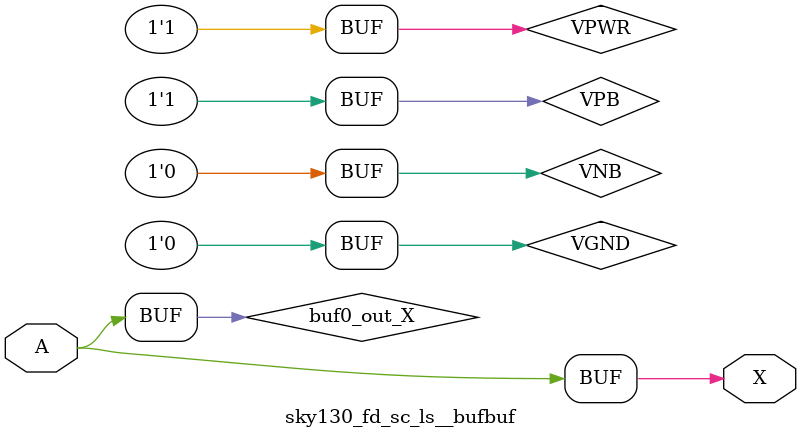
<source format=v>
/*
 * Copyright 2020 The SkyWater PDK Authors
 *
 * Licensed under the Apache License, Version 2.0 (the "License");
 * you may not use this file except in compliance with the License.
 * You may obtain a copy of the License at
 *
 *     https://www.apache.org/licenses/LICENSE-2.0
 *
 * Unless required by applicable law or agreed to in writing, software
 * distributed under the License is distributed on an "AS IS" BASIS,
 * WITHOUT WARRANTIES OR CONDITIONS OF ANY KIND, either express or implied.
 * See the License for the specific language governing permissions and
 * limitations under the License.
 *
 * SPDX-License-Identifier: Apache-2.0
*/


`ifndef SKY130_FD_SC_LS__BUFBUF_BEHAVIORAL_V
`define SKY130_FD_SC_LS__BUFBUF_BEHAVIORAL_V

/**
 * bufbuf: Double buffer.
 *
 * Verilog simulation functional model.
 */

`timescale 1ns / 1ps
`default_nettype none

`celldefine
module sky130_fd_sc_ls__bufbuf (
    X,
    A
);

    // Module ports
    output X;
    input  A;

    // Module supplies
    supply1 VPWR;
    supply0 VGND;
    supply1 VPB ;
    supply0 VNB ;

    // Local signals
    wire buf0_out_X;

    //  Name  Output      Other arguments
    buf buf0 (buf0_out_X, A              );
    buf buf1 (X         , buf0_out_X     );

endmodule
`endcelldefine

`default_nettype wire
`endif  // SKY130_FD_SC_LS__BUFBUF_BEHAVIORAL_V
</source>
